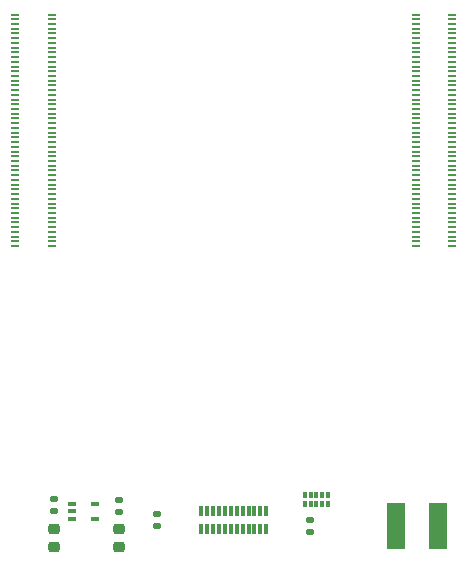
<source format=gbr>
%TF.GenerationSoftware,KiCad,Pcbnew,6.0.11-2627ca5db0~126~ubuntu22.04.1*%
%TF.CreationDate,2023-07-14T18:54:45-07:00*%
%TF.ProjectId,small-display,736d616c-6c2d-4646-9973-706c61792e6b,rev?*%
%TF.SameCoordinates,Original*%
%TF.FileFunction,Paste,Top*%
%TF.FilePolarity,Positive*%
%FSLAX46Y46*%
G04 Gerber Fmt 4.6, Leading zero omitted, Abs format (unit mm)*
G04 Created by KiCad (PCBNEW 6.0.11-2627ca5db0~126~ubuntu22.04.1) date 2023-07-14 18:54:45*
%MOMM*%
%LPD*%
G01*
G04 APERTURE LIST*
G04 Aperture macros list*
%AMRoundRect*
0 Rectangle with rounded corners*
0 $1 Rounding radius*
0 $2 $3 $4 $5 $6 $7 $8 $9 X,Y pos of 4 corners*
0 Add a 4 corners polygon primitive as box body*
4,1,4,$2,$3,$4,$5,$6,$7,$8,$9,$2,$3,0*
0 Add four circle primitives for the rounded corners*
1,1,$1+$1,$2,$3*
1,1,$1+$1,$4,$5*
1,1,$1+$1,$6,$7*
1,1,$1+$1,$8,$9*
0 Add four rect primitives between the rounded corners*
20,1,$1+$1,$2,$3,$4,$5,0*
20,1,$1+$1,$4,$5,$6,$7,0*
20,1,$1+$1,$6,$7,$8,$9,0*
20,1,$1+$1,$8,$9,$2,$3,0*%
G04 Aperture macros list end*
%ADD10RoundRect,0.135000X0.185000X-0.135000X0.185000X0.135000X-0.185000X0.135000X-0.185000X-0.135000X0*%
%ADD11R,0.300000X0.950000*%
%ADD12R,0.650000X0.400000*%
%ADD13R,0.300000X0.550000*%
%ADD14R,0.400000X0.550000*%
%ADD15RoundRect,0.218750X-0.256250X0.218750X-0.256250X-0.218750X0.256250X-0.218750X0.256250X0.218750X0*%
%ADD16R,1.500000X4.000000*%
%ADD17R,0.700000X0.200000*%
G04 APERTURE END LIST*
D10*
%TO.C,R1*%
X6270000Y-57773750D03*
X6270000Y-56753750D03*
%TD*%
%TO.C,R6*%
X27960000Y-59510000D03*
X27960000Y-58490000D03*
%TD*%
D11*
%TO.C,J1*%
X18750000Y-57745000D03*
X19250000Y-57745000D03*
X19750000Y-57745000D03*
X20250000Y-57745000D03*
X20750000Y-57745000D03*
X21250000Y-57745000D03*
X21750000Y-57745000D03*
X22250000Y-57745000D03*
X22750000Y-57745000D03*
X23250000Y-57745000D03*
X23750000Y-57745000D03*
X24250000Y-57745000D03*
X24250000Y-59255000D03*
X23750000Y-59255000D03*
X23250000Y-59255000D03*
X22750000Y-59255000D03*
X22250000Y-59255000D03*
X21750000Y-59255000D03*
X21250000Y-59255000D03*
X20750000Y-59255000D03*
X20250000Y-59255000D03*
X19750000Y-59255000D03*
X19250000Y-59255000D03*
X18750000Y-59255000D03*
%TD*%
D12*
%TO.C,U2*%
X7820000Y-57123750D03*
X7820000Y-57773750D03*
X7820000Y-58423750D03*
X9720000Y-58423750D03*
X9720000Y-57123750D03*
%TD*%
D10*
%TO.C,R7*%
X15020000Y-59010000D03*
X15020000Y-57990000D03*
%TD*%
D13*
%TO.C,U1*%
X29500000Y-56365000D03*
X29000000Y-56365000D03*
D14*
X28500000Y-56365000D03*
D13*
X28000000Y-56365000D03*
X27500000Y-56365000D03*
X27500000Y-57135000D03*
X28000000Y-57135000D03*
D14*
X28500000Y-57135000D03*
D13*
X29000000Y-57135000D03*
X29500000Y-57135000D03*
%TD*%
D15*
%TO.C,D2*%
X11770000Y-59236250D03*
X11770000Y-60811250D03*
%TD*%
D16*
%TO.C,L1*%
X38800000Y-59000000D03*
X35200000Y-59000000D03*
%TD*%
D15*
%TO.C,D1*%
X6270000Y-59226250D03*
X6270000Y-60801250D03*
%TD*%
D17*
%TO.C,Module1*%
X40000000Y-35300000D03*
X36920000Y-35300000D03*
X40000000Y-34900000D03*
X36920000Y-34900000D03*
X40000000Y-34500000D03*
X36920000Y-34500000D03*
X40000000Y-34100000D03*
X36920000Y-34100000D03*
X40000000Y-33700000D03*
X36920000Y-33700000D03*
X40000000Y-33300000D03*
X36920000Y-33300000D03*
X40000000Y-32900000D03*
X36920000Y-32900000D03*
X40000000Y-32500000D03*
X36920000Y-32500000D03*
X40000000Y-32100000D03*
X36920000Y-32100000D03*
X40000000Y-31700000D03*
X36920000Y-31700000D03*
X40000000Y-31300000D03*
X36920000Y-31300000D03*
X40000000Y-30900000D03*
X36920000Y-30900000D03*
X40000000Y-30500000D03*
X36920000Y-30500000D03*
X40000000Y-30100000D03*
X36920000Y-30100000D03*
X40000000Y-29700000D03*
X36920000Y-29700000D03*
X40000000Y-29300000D03*
X36920000Y-29300000D03*
X40000000Y-28900000D03*
X36920000Y-28900000D03*
X40000000Y-28500000D03*
X36920000Y-28500000D03*
X40000000Y-28100000D03*
X36920000Y-28100000D03*
X40000000Y-27700000D03*
X36920000Y-27700000D03*
X40000000Y-27300000D03*
X36920000Y-27300000D03*
X40000000Y-26900000D03*
X36920000Y-26900000D03*
X40000000Y-26500000D03*
X36920000Y-26500000D03*
X40000000Y-26100000D03*
X36920000Y-26100000D03*
X40000000Y-25700000D03*
X36920000Y-25700000D03*
X40000000Y-25300000D03*
X36920000Y-25300000D03*
X40000000Y-24900000D03*
X36920000Y-24900000D03*
X40000000Y-24500000D03*
X36920000Y-24500000D03*
X40000000Y-24100000D03*
X36920000Y-24100000D03*
X40000000Y-23700000D03*
X36920000Y-23700000D03*
X40000000Y-23300000D03*
X36920000Y-23300000D03*
X40000000Y-22900000D03*
X36920000Y-22900000D03*
X40000000Y-22500000D03*
X36920000Y-22500000D03*
X40000000Y-22100000D03*
X36920000Y-22100000D03*
X40000000Y-21700000D03*
X36920000Y-21700000D03*
X40000000Y-21300000D03*
X36920000Y-21300000D03*
X40000000Y-20900000D03*
X36920000Y-20900000D03*
X40000000Y-20500000D03*
X36920000Y-20500000D03*
X40000000Y-20100000D03*
X36920000Y-20100000D03*
X40000000Y-19700000D03*
X36920000Y-19700000D03*
X40000000Y-19300000D03*
X36920000Y-19300000D03*
X40000000Y-18900000D03*
X36920000Y-18900000D03*
X40000000Y-18500000D03*
X36920000Y-18500000D03*
X40000000Y-18100000D03*
X36920000Y-18100000D03*
X40000000Y-17700000D03*
X36920000Y-17700000D03*
X40000000Y-17300000D03*
X36920000Y-17300000D03*
X40000000Y-16900000D03*
X36920000Y-16900000D03*
X40000000Y-16500000D03*
X36920000Y-16500000D03*
X40000000Y-16100000D03*
X36920000Y-16100000D03*
X40000000Y-15700000D03*
X36920000Y-15700000D03*
X6080000Y-35300000D03*
X3000000Y-35300000D03*
X6080000Y-34900000D03*
X3000000Y-34900000D03*
X6080000Y-34500000D03*
X3000000Y-34500000D03*
X6080000Y-34100000D03*
X3000000Y-34100000D03*
X6080000Y-33700000D03*
X3000000Y-33700000D03*
X6080000Y-33300000D03*
X3000000Y-33300000D03*
X6080000Y-32900000D03*
X3000000Y-32900000D03*
X6080000Y-32500000D03*
X3000000Y-32500000D03*
X6080000Y-32100000D03*
X3000000Y-32100000D03*
X6080000Y-31700000D03*
X3000000Y-31700000D03*
X6080000Y-31300000D03*
X3000000Y-31300000D03*
X6080000Y-30900000D03*
X3000000Y-30900000D03*
X6080000Y-30500000D03*
X3000000Y-30500000D03*
X6080000Y-30100000D03*
X3000000Y-30100000D03*
X6080000Y-29700000D03*
X3000000Y-29700000D03*
X6080000Y-29300000D03*
X3000000Y-29300000D03*
X6080000Y-28900000D03*
X3000000Y-28900000D03*
X6080000Y-28500000D03*
X3000000Y-28500000D03*
X6080000Y-28100000D03*
X3000000Y-28100000D03*
X6080000Y-27700000D03*
X3000000Y-27700000D03*
X6080000Y-27300000D03*
X3000000Y-27300000D03*
X6080000Y-26900000D03*
X3000000Y-26900000D03*
X6080000Y-26500000D03*
X3000000Y-26500000D03*
X6080000Y-26100000D03*
X3000000Y-26100000D03*
X6080000Y-25700000D03*
X3000000Y-25700000D03*
X6080000Y-25300000D03*
X3000000Y-25300000D03*
X6080000Y-24900000D03*
X3000000Y-24900000D03*
X6080000Y-24500000D03*
X3000000Y-24500000D03*
X6080000Y-24100000D03*
X3000000Y-24100000D03*
X6080000Y-23700000D03*
X3000000Y-23700000D03*
X6080000Y-23300000D03*
X3000000Y-23300000D03*
X6080000Y-22900000D03*
X3000000Y-22900000D03*
X6080000Y-22500000D03*
X3000000Y-22500000D03*
X6080000Y-22100000D03*
X3000000Y-22100000D03*
X6080000Y-21700000D03*
X3000000Y-21700000D03*
X6080000Y-21300000D03*
X3000000Y-21300000D03*
X6080000Y-20900000D03*
X3000000Y-20900000D03*
X6080000Y-20500000D03*
X3000000Y-20500000D03*
X6080000Y-20100000D03*
X3000000Y-20100000D03*
X6080000Y-19700000D03*
X3000000Y-19700000D03*
X6080000Y-19300000D03*
X3000000Y-19300000D03*
X6080000Y-18900000D03*
X3000000Y-18900000D03*
X6080000Y-18500000D03*
X3000000Y-18500000D03*
X6080000Y-18100000D03*
X3000000Y-18100000D03*
X6080000Y-17700000D03*
X3000000Y-17700000D03*
X6080000Y-17300000D03*
X3000000Y-17300000D03*
X6080000Y-16900000D03*
X3000000Y-16900000D03*
X6080000Y-16500000D03*
X3000000Y-16500000D03*
X6080000Y-16100000D03*
X3000000Y-16100000D03*
X6080000Y-15700000D03*
X3000000Y-15700000D03*
%TD*%
D10*
%TO.C,R2*%
X11750000Y-57783750D03*
X11750000Y-56763750D03*
%TD*%
M02*

</source>
